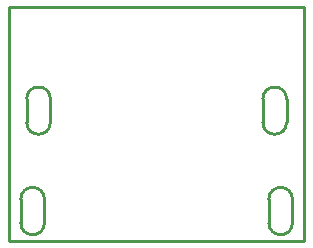
<source format=gm1>
G04*
G04 #@! TF.GenerationSoftware,Altium Limited,Altium Designer,19.1.7 (138)*
G04*
G04 Layer_Color=16711935*
%FSLAX25Y25*%
%MOIN*%
G70*
G01*
G75*
%ADD10C,0.01000*%
D10*
X11811Y13780D02*
G03*
X3937Y13780I-3937J0D01*
G01*
Y5906D02*
G03*
X11811Y5906I3937J0D01*
G01*
X94488Y13780D02*
G03*
X86614Y13780I-3937J0D01*
G01*
Y5906D02*
G03*
X94488Y5906I3937J0D01*
G01*
X92520Y47244D02*
G03*
X84646Y47244I-3937J0D01*
G01*
Y39370D02*
G03*
X92520Y39370I3937J0D01*
G01*
X5906D02*
G03*
X13780Y39370I3937J0D01*
G01*
Y47244D02*
G03*
X5906Y47244I-3937J0D01*
G01*
X11811Y5906D02*
Y13780D01*
X3937Y5906D02*
Y13780D01*
X94488Y5906D02*
Y13780D01*
X86614Y5906D02*
Y13780D01*
X92520Y39370D02*
Y47244D01*
X84646Y39370D02*
Y47244D01*
X5906Y39370D02*
Y47244D01*
X13780Y39370D02*
Y47244D01*
X98425Y0D02*
Y77756D01*
X0D02*
X98425D01*
X0Y0D02*
Y77756D01*
Y0D02*
X98425D01*
M02*

</source>
